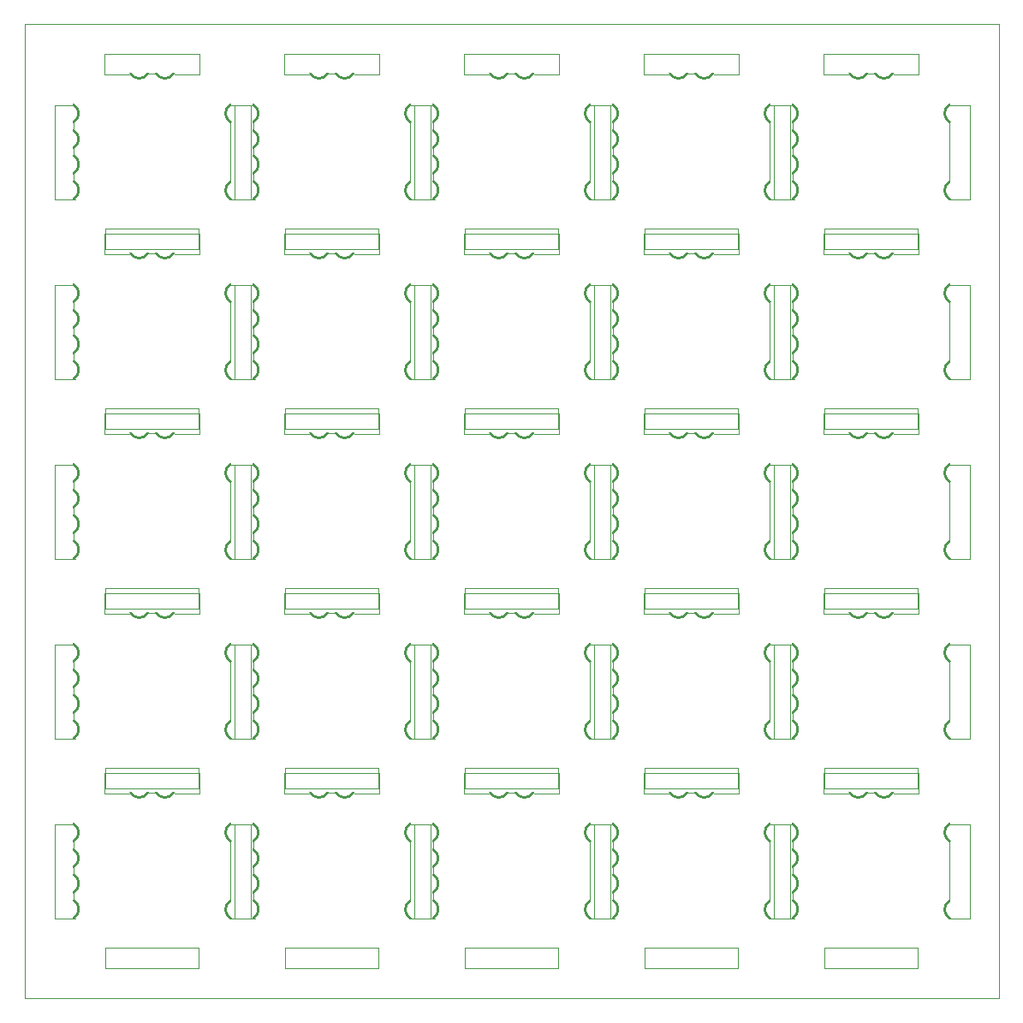
<source format=gbr>
G04 DipTrace 3.0.0.2*
G04 BottomAssy.gbr*
%MOIN*%
G04 #@! TF.FileFunction,Drawing,Bot*
G04 #@! TF.Part,Single*
%ADD10C,0.009843*%
%ADD20C,0.001312*%
%FSLAX26Y26*%
G04*
G70*
G90*
G75*
G01*
G04 BotAssy*
%LPD*%
X807056Y1195551D2*
D10*
G03X874936Y1195401I33985J20261D01*
G01*
X907054Y1195551D2*
G03X974934Y1195401I33985J20261D01*
G01*
X585551Y707056D2*
G03X585701Y774936I-20261J33985D01*
G01*
X585551Y807054D2*
G03X585701Y874934I-20261J33985D01*
G01*
X585551Y1074046D2*
G02X585701Y1006166I-20261J-33985D01*
G01*
X585551Y974048D2*
G02X585701Y906168I-20261J-33985D01*
G01*
X1195551Y1007051D2*
G02X1195401Y1074934I20265J33987D01*
G01*
X1195551Y707051D2*
G02X1195401Y774934I20265J33987D01*
G01*
X1193690Y777438D2*
D20*
X1194413Y1007445D1*
X804982Y1193026D2*
X705887D1*
X705612Y1271766D1*
X1074597D1*
X1074588Y1193026D1*
X978564D1*
X875585Y1194900D2*
X905526Y1194264D1*
X1192659Y1073105D2*
X1274627D1*
Y704404D1*
X1195906Y704743D1*
X590612Y704168D2*
X511871D1*
Y1073105D1*
X590612Y1072475D1*
X584161Y1005331D2*
X583799Y974597D1*
X584697Y905898D2*
Y876270D1*
X584816Y806806D2*
X585438Y776283D1*
X708722Y590664D2*
X1073052D1*
Y511924D1*
X708722D1*
Y590664D1*
X393761Y4187245D2*
X4187696D1*
Y393814D1*
X393761D1*
Y4187245D1*
X1507056Y1195551D2*
D10*
G03X1574936Y1195401I33985J20261D01*
G01*
X1607054Y1195551D2*
G03X1674934Y1195401I33985J20261D01*
G01*
X1285551Y707056D2*
G03X1285701Y774936I-20261J33985D01*
G01*
X1285551Y807054D2*
G03X1285701Y874934I-20261J33985D01*
G01*
X1285551Y1074046D2*
G02X1285701Y1006166I-20261J-33985D01*
G01*
X1285551Y974048D2*
G02X1285701Y906168I-20261J-33985D01*
G01*
X1895551Y1007051D2*
G02X1895401Y1074934I20265J33987D01*
G01*
X1895551Y707051D2*
G02X1895401Y774934I20265J33987D01*
G01*
X1893690Y777438D2*
D20*
X1894413Y1007445D1*
X1504982Y1193026D2*
X1405887D1*
X1405612Y1271766D1*
X1774597D1*
X1774588Y1193026D1*
X1678564D1*
X1575585Y1194900D2*
X1605526Y1194264D1*
X1892659Y1073105D2*
X1974627D1*
Y704404D1*
X1895906Y704743D1*
X1290612Y704168D2*
X1211871D1*
Y1073105D1*
X1290612Y1072475D1*
X1284161Y1005331D2*
X1283799Y974597D1*
X1284697Y905898D2*
Y876270D1*
X1284816Y806806D2*
X1285438Y776283D1*
X1408722Y590664D2*
X1773052D1*
Y511924D1*
X1408722D1*
Y590664D1*
X2207056Y1195551D2*
D10*
G03X2274936Y1195401I33985J20261D01*
G01*
X2307054Y1195551D2*
G03X2374934Y1195401I33985J20261D01*
G01*
X1985551Y707056D2*
G03X1985701Y774936I-20261J33985D01*
G01*
X1985551Y807054D2*
G03X1985701Y874934I-20261J33985D01*
G01*
X1985551Y1074046D2*
G02X1985701Y1006166I-20261J-33985D01*
G01*
X1985551Y974048D2*
G02X1985701Y906168I-20261J-33985D01*
G01*
X2595551Y1007051D2*
G02X2595401Y1074934I20265J33987D01*
G01*
X2595551Y707051D2*
G02X2595401Y774934I20265J33987D01*
G01*
X2593690Y777438D2*
D20*
X2594413Y1007445D1*
X2204982Y1193026D2*
X2105887D1*
X2105612Y1271766D1*
X2474597D1*
X2474588Y1193026D1*
X2378564D1*
X2275585Y1194900D2*
X2305526Y1194264D1*
X2592659Y1073105D2*
X2674627D1*
Y704404D1*
X2595906Y704743D1*
X1990612Y704168D2*
X1911871D1*
Y1073105D1*
X1990612Y1072475D1*
X1984161Y1005331D2*
X1983799Y974597D1*
X1984697Y905898D2*
Y876270D1*
X1984816Y806806D2*
X1985438Y776283D1*
X2108722Y590664D2*
X2473052D1*
Y511924D1*
X2108722D1*
Y590664D1*
X2907056Y1195551D2*
D10*
G03X2974936Y1195401I33985J20261D01*
G01*
X3007054Y1195551D2*
G03X3074934Y1195401I33985J20261D01*
G01*
X2685551Y707056D2*
G03X2685701Y774936I-20261J33985D01*
G01*
X2685551Y807054D2*
G03X2685701Y874934I-20261J33985D01*
G01*
X2685551Y1074046D2*
G02X2685701Y1006166I-20261J-33985D01*
G01*
X2685551Y974048D2*
G02X2685701Y906168I-20261J-33985D01*
G01*
X3295551Y1007051D2*
G02X3295401Y1074934I20265J33987D01*
G01*
X3295551Y707051D2*
G02X3295401Y774934I20265J33987D01*
G01*
X3293690Y777438D2*
D20*
X3294413Y1007445D1*
X2904982Y1193026D2*
X2805887D1*
X2805612Y1271766D1*
X3174597D1*
X3174588Y1193026D1*
X3078564D1*
X2975585Y1194900D2*
X3005526Y1194264D1*
X3292659Y1073105D2*
X3374627D1*
Y704404D1*
X3295906Y704743D1*
X2690612Y704168D2*
X2611871D1*
Y1073105D1*
X2690612Y1072475D1*
X2684161Y1005331D2*
X2683799Y974597D1*
X2684697Y905898D2*
Y876270D1*
X2684816Y806806D2*
X2685438Y776283D1*
X2808722Y590664D2*
X3173052D1*
Y511924D1*
X2808722D1*
Y590664D1*
X3607056Y1195551D2*
D10*
G03X3674936Y1195401I33985J20261D01*
G01*
X3707054Y1195551D2*
G03X3774934Y1195401I33985J20261D01*
G01*
X3385551Y707056D2*
G03X3385701Y774936I-20261J33985D01*
G01*
X3385551Y807054D2*
G03X3385701Y874934I-20261J33985D01*
G01*
X3385551Y1074046D2*
G02X3385701Y1006166I-20261J-33985D01*
G01*
X3385551Y974048D2*
G02X3385701Y906168I-20261J-33985D01*
G01*
X3995551Y1007051D2*
G02X3995401Y1074934I20265J33987D01*
G01*
X3995551Y707051D2*
G02X3995401Y774934I20265J33987D01*
G01*
X3993690Y777438D2*
D20*
X3994413Y1007445D1*
X3604982Y1193026D2*
X3505887D1*
X3505612Y1271766D1*
X3874597D1*
X3874588Y1193026D1*
X3778564D1*
X3675585Y1194900D2*
X3705526Y1194264D1*
X3992659Y1073105D2*
X4074627D1*
Y704404D1*
X3995906Y704743D1*
X3390612Y704168D2*
X3311871D1*
Y1073105D1*
X3390612Y1072475D1*
X3384161Y1005331D2*
X3383799Y974597D1*
X3384697Y905898D2*
Y876270D1*
X3384816Y806806D2*
X3385438Y776283D1*
X3508722Y590664D2*
X3873052D1*
Y511924D1*
X3508722D1*
Y590664D1*
X807056Y1895551D2*
D10*
G03X874936Y1895401I33985J20261D01*
G01*
X907054Y1895551D2*
G03X974934Y1895401I33985J20261D01*
G01*
X585551Y1407056D2*
G03X585701Y1474936I-20261J33985D01*
G01*
X585551Y1507054D2*
G03X585701Y1574934I-20261J33985D01*
G01*
X585551Y1774046D2*
G02X585701Y1706166I-20261J-33985D01*
G01*
X585551Y1674048D2*
G02X585701Y1606168I-20261J-33985D01*
G01*
X1195551Y1707051D2*
G02X1195401Y1774934I20265J33987D01*
G01*
X1195551Y1407051D2*
G02X1195401Y1474934I20265J33987D01*
G01*
X1193690Y1477438D2*
D20*
X1194413Y1707445D1*
X804982Y1893026D2*
X705887D1*
X705612Y1971766D1*
X1074597D1*
X1074588Y1893026D1*
X978564D1*
X875585Y1894900D2*
X905526Y1894264D1*
X1192659Y1773105D2*
X1274627D1*
Y1404404D1*
X1195906Y1404743D1*
X590612Y1404168D2*
X511871D1*
Y1773105D1*
X590612Y1772475D1*
X584161Y1705331D2*
X583799Y1674597D1*
X584697Y1605898D2*
Y1576270D1*
X584816Y1506806D2*
X585438Y1476283D1*
X708722Y1290664D2*
X1073052D1*
Y1211924D1*
X708722D1*
Y1290664D1*
X1507056Y1895551D2*
D10*
G03X1574936Y1895401I33985J20261D01*
G01*
X1607054Y1895551D2*
G03X1674934Y1895401I33985J20261D01*
G01*
X1285551Y1407056D2*
G03X1285701Y1474936I-20261J33985D01*
G01*
X1285551Y1507054D2*
G03X1285701Y1574934I-20261J33985D01*
G01*
X1285551Y1774046D2*
G02X1285701Y1706166I-20261J-33985D01*
G01*
X1285551Y1674048D2*
G02X1285701Y1606168I-20261J-33985D01*
G01*
X1895551Y1707051D2*
G02X1895401Y1774934I20265J33987D01*
G01*
X1895551Y1407051D2*
G02X1895401Y1474934I20265J33987D01*
G01*
X1893690Y1477438D2*
D20*
X1894413Y1707445D1*
X1504982Y1893026D2*
X1405887D1*
X1405612Y1971766D1*
X1774597D1*
X1774588Y1893026D1*
X1678564D1*
X1575585Y1894900D2*
X1605526Y1894264D1*
X1892659Y1773105D2*
X1974627D1*
Y1404404D1*
X1895906Y1404743D1*
X1290612Y1404168D2*
X1211871D1*
Y1773105D1*
X1290612Y1772475D1*
X1284161Y1705331D2*
X1283799Y1674597D1*
X1284697Y1605898D2*
Y1576270D1*
X1284816Y1506806D2*
X1285438Y1476283D1*
X1408722Y1290664D2*
X1773052D1*
Y1211924D1*
X1408722D1*
Y1290664D1*
X2207056Y1895551D2*
D10*
G03X2274936Y1895401I33985J20261D01*
G01*
X2307054Y1895551D2*
G03X2374934Y1895401I33985J20261D01*
G01*
X1985551Y1407056D2*
G03X1985701Y1474936I-20261J33985D01*
G01*
X1985551Y1507054D2*
G03X1985701Y1574934I-20261J33985D01*
G01*
X1985551Y1774046D2*
G02X1985701Y1706166I-20261J-33985D01*
G01*
X1985551Y1674048D2*
G02X1985701Y1606168I-20261J-33985D01*
G01*
X2595551Y1707051D2*
G02X2595401Y1774934I20265J33987D01*
G01*
X2595551Y1407051D2*
G02X2595401Y1474934I20265J33987D01*
G01*
X2593690Y1477438D2*
D20*
X2594413Y1707445D1*
X2204982Y1893026D2*
X2105887D1*
X2105612Y1971766D1*
X2474597D1*
X2474588Y1893026D1*
X2378564D1*
X2275585Y1894900D2*
X2305526Y1894264D1*
X2592659Y1773105D2*
X2674627D1*
Y1404404D1*
X2595906Y1404743D1*
X1990612Y1404168D2*
X1911871D1*
Y1773105D1*
X1990612Y1772475D1*
X1984161Y1705331D2*
X1983799Y1674597D1*
X1984697Y1605898D2*
Y1576270D1*
X1984816Y1506806D2*
X1985438Y1476283D1*
X2108722Y1290664D2*
X2473052D1*
Y1211924D1*
X2108722D1*
Y1290664D1*
X2907056Y1895551D2*
D10*
G03X2974936Y1895401I33985J20261D01*
G01*
X3007054Y1895551D2*
G03X3074934Y1895401I33985J20261D01*
G01*
X2685551Y1407056D2*
G03X2685701Y1474936I-20261J33985D01*
G01*
X2685551Y1507054D2*
G03X2685701Y1574934I-20261J33985D01*
G01*
X2685551Y1774046D2*
G02X2685701Y1706166I-20261J-33985D01*
G01*
X2685551Y1674048D2*
G02X2685701Y1606168I-20261J-33985D01*
G01*
X3295551Y1707051D2*
G02X3295401Y1774934I20265J33987D01*
G01*
X3295551Y1407051D2*
G02X3295401Y1474934I20265J33987D01*
G01*
X3293690Y1477438D2*
D20*
X3294413Y1707445D1*
X2904982Y1893026D2*
X2805887D1*
X2805612Y1971766D1*
X3174597D1*
X3174588Y1893026D1*
X3078564D1*
X2975585Y1894900D2*
X3005526Y1894264D1*
X3292659Y1773105D2*
X3374627D1*
Y1404404D1*
X3295906Y1404743D1*
X2690612Y1404168D2*
X2611871D1*
Y1773105D1*
X2690612Y1772475D1*
X2684161Y1705331D2*
X2683799Y1674597D1*
X2684697Y1605898D2*
Y1576270D1*
X2684816Y1506806D2*
X2685438Y1476283D1*
X2808722Y1290664D2*
X3173052D1*
Y1211924D1*
X2808722D1*
Y1290664D1*
X3607056Y1895551D2*
D10*
G03X3674936Y1895401I33985J20261D01*
G01*
X3707054Y1895551D2*
G03X3774934Y1895401I33985J20261D01*
G01*
X3385551Y1407056D2*
G03X3385701Y1474936I-20261J33985D01*
G01*
X3385551Y1507054D2*
G03X3385701Y1574934I-20261J33985D01*
G01*
X3385551Y1774046D2*
G02X3385701Y1706166I-20261J-33985D01*
G01*
X3385551Y1674048D2*
G02X3385701Y1606168I-20261J-33985D01*
G01*
X3995551Y1707051D2*
G02X3995401Y1774934I20265J33987D01*
G01*
X3995551Y1407051D2*
G02X3995401Y1474934I20265J33987D01*
G01*
X3993690Y1477438D2*
D20*
X3994413Y1707445D1*
X3604982Y1893026D2*
X3505887D1*
X3505612Y1971766D1*
X3874597D1*
X3874588Y1893026D1*
X3778564D1*
X3675585Y1894900D2*
X3705526Y1894264D1*
X3992659Y1773105D2*
X4074627D1*
Y1404404D1*
X3995906Y1404743D1*
X3390612Y1404168D2*
X3311871D1*
Y1773105D1*
X3390612Y1772475D1*
X3384161Y1705331D2*
X3383799Y1674597D1*
X3384697Y1605898D2*
Y1576270D1*
X3384816Y1506806D2*
X3385438Y1476283D1*
X3508722Y1290664D2*
X3873052D1*
Y1211924D1*
X3508722D1*
Y1290664D1*
X807056Y2595551D2*
D10*
G03X874936Y2595401I33985J20261D01*
G01*
X907054Y2595551D2*
G03X974934Y2595401I33985J20261D01*
G01*
X585551Y2107056D2*
G03X585701Y2174936I-20261J33985D01*
G01*
X585551Y2207054D2*
G03X585701Y2274934I-20261J33985D01*
G01*
X585551Y2474046D2*
G02X585701Y2406166I-20261J-33985D01*
G01*
X585551Y2374048D2*
G02X585701Y2306168I-20261J-33985D01*
G01*
X1195551Y2407051D2*
G02X1195401Y2474934I20265J33987D01*
G01*
X1195551Y2107051D2*
G02X1195401Y2174934I20265J33987D01*
G01*
X1193690Y2177438D2*
D20*
X1194413Y2407445D1*
X804982Y2593026D2*
X705887D1*
X705612Y2671766D1*
X1074597D1*
X1074588Y2593026D1*
X978564D1*
X875585Y2594900D2*
X905526Y2594264D1*
X1192659Y2473105D2*
X1274627D1*
Y2104404D1*
X1195906Y2104743D1*
X590612Y2104168D2*
X511871D1*
Y2473105D1*
X590612Y2472475D1*
X584161Y2405331D2*
X583799Y2374597D1*
X584697Y2305898D2*
Y2276270D1*
X584816Y2206806D2*
X585438Y2176283D1*
X708722Y1990664D2*
X1073052D1*
Y1911924D1*
X708722D1*
Y1990664D1*
X1507056Y2595551D2*
D10*
G03X1574936Y2595401I33985J20261D01*
G01*
X1607054Y2595551D2*
G03X1674934Y2595401I33985J20261D01*
G01*
X1285551Y2107056D2*
G03X1285701Y2174936I-20261J33985D01*
G01*
X1285551Y2207054D2*
G03X1285701Y2274934I-20261J33985D01*
G01*
X1285551Y2474046D2*
G02X1285701Y2406166I-20261J-33985D01*
G01*
X1285551Y2374048D2*
G02X1285701Y2306168I-20261J-33985D01*
G01*
X1895551Y2407051D2*
G02X1895401Y2474934I20265J33987D01*
G01*
X1895551Y2107051D2*
G02X1895401Y2174934I20265J33987D01*
G01*
X1893690Y2177438D2*
D20*
X1894413Y2407445D1*
X1504982Y2593026D2*
X1405887D1*
X1405612Y2671766D1*
X1774597D1*
X1774588Y2593026D1*
X1678564D1*
X1575585Y2594900D2*
X1605526Y2594264D1*
X1892659Y2473105D2*
X1974627D1*
Y2104404D1*
X1895906Y2104743D1*
X1290612Y2104168D2*
X1211871D1*
Y2473105D1*
X1290612Y2472475D1*
X1284161Y2405331D2*
X1283799Y2374597D1*
X1284697Y2305898D2*
Y2276270D1*
X1284816Y2206806D2*
X1285438Y2176283D1*
X1408722Y1990664D2*
X1773052D1*
Y1911924D1*
X1408722D1*
Y1990664D1*
X2207056Y2595551D2*
D10*
G03X2274936Y2595401I33985J20261D01*
G01*
X2307054Y2595551D2*
G03X2374934Y2595401I33985J20261D01*
G01*
X1985551Y2107056D2*
G03X1985701Y2174936I-20261J33985D01*
G01*
X1985551Y2207054D2*
G03X1985701Y2274934I-20261J33985D01*
G01*
X1985551Y2474046D2*
G02X1985701Y2406166I-20261J-33985D01*
G01*
X1985551Y2374048D2*
G02X1985701Y2306168I-20261J-33985D01*
G01*
X2595551Y2407051D2*
G02X2595401Y2474934I20265J33987D01*
G01*
X2595551Y2107051D2*
G02X2595401Y2174934I20265J33987D01*
G01*
X2593690Y2177438D2*
D20*
X2594413Y2407445D1*
X2204982Y2593026D2*
X2105887D1*
X2105612Y2671766D1*
X2474597D1*
X2474588Y2593026D1*
X2378564D1*
X2275585Y2594900D2*
X2305526Y2594264D1*
X2592659Y2473105D2*
X2674627D1*
Y2104404D1*
X2595906Y2104743D1*
X1990612Y2104168D2*
X1911871D1*
Y2473105D1*
X1990612Y2472475D1*
X1984161Y2405331D2*
X1983799Y2374597D1*
X1984697Y2305898D2*
Y2276270D1*
X1984816Y2206806D2*
X1985438Y2176283D1*
X2108722Y1990664D2*
X2473052D1*
Y1911924D1*
X2108722D1*
Y1990664D1*
X2907056Y2595551D2*
D10*
G03X2974936Y2595401I33985J20261D01*
G01*
X3007054Y2595551D2*
G03X3074934Y2595401I33985J20261D01*
G01*
X2685551Y2107056D2*
G03X2685701Y2174936I-20261J33985D01*
G01*
X2685551Y2207054D2*
G03X2685701Y2274934I-20261J33985D01*
G01*
X2685551Y2474046D2*
G02X2685701Y2406166I-20261J-33985D01*
G01*
X2685551Y2374048D2*
G02X2685701Y2306168I-20261J-33985D01*
G01*
X3295551Y2407051D2*
G02X3295401Y2474934I20265J33987D01*
G01*
X3295551Y2107051D2*
G02X3295401Y2174934I20265J33987D01*
G01*
X3293690Y2177438D2*
D20*
X3294413Y2407445D1*
X2904982Y2593026D2*
X2805887D1*
X2805612Y2671766D1*
X3174597D1*
X3174588Y2593026D1*
X3078564D1*
X2975585Y2594900D2*
X3005526Y2594264D1*
X3292659Y2473105D2*
X3374627D1*
Y2104404D1*
X3295906Y2104743D1*
X2690612Y2104168D2*
X2611871D1*
Y2473105D1*
X2690612Y2472475D1*
X2684161Y2405331D2*
X2683799Y2374597D1*
X2684697Y2305898D2*
Y2276270D1*
X2684816Y2206806D2*
X2685438Y2176283D1*
X2808722Y1990664D2*
X3173052D1*
Y1911924D1*
X2808722D1*
Y1990664D1*
X3607056Y2595551D2*
D10*
G03X3674936Y2595401I33985J20261D01*
G01*
X3707054Y2595551D2*
G03X3774934Y2595401I33985J20261D01*
G01*
X3385551Y2107056D2*
G03X3385701Y2174936I-20261J33985D01*
G01*
X3385551Y2207054D2*
G03X3385701Y2274934I-20261J33985D01*
G01*
X3385551Y2474046D2*
G02X3385701Y2406166I-20261J-33985D01*
G01*
X3385551Y2374048D2*
G02X3385701Y2306168I-20261J-33985D01*
G01*
X3995551Y2407051D2*
G02X3995401Y2474934I20265J33987D01*
G01*
X3995551Y2107051D2*
G02X3995401Y2174934I20265J33987D01*
G01*
X3993690Y2177438D2*
D20*
X3994413Y2407445D1*
X3604982Y2593026D2*
X3505887D1*
X3505612Y2671766D1*
X3874597D1*
X3874588Y2593026D1*
X3778564D1*
X3675585Y2594900D2*
X3705526Y2594264D1*
X3992659Y2473105D2*
X4074627D1*
Y2104404D1*
X3995906Y2104743D1*
X3390612Y2104168D2*
X3311871D1*
Y2473105D1*
X3390612Y2472475D1*
X3384161Y2405331D2*
X3383799Y2374597D1*
X3384697Y2305898D2*
Y2276270D1*
X3384816Y2206806D2*
X3385438Y2176283D1*
X3508722Y1990664D2*
X3873052D1*
Y1911924D1*
X3508722D1*
Y1990664D1*
X807056Y3295551D2*
D10*
G03X874936Y3295401I33985J20261D01*
G01*
X907054Y3295551D2*
G03X974934Y3295401I33985J20261D01*
G01*
X585551Y2807056D2*
G03X585701Y2874936I-20261J33985D01*
G01*
X585551Y2907054D2*
G03X585701Y2974934I-20261J33985D01*
G01*
X585551Y3174046D2*
G02X585701Y3106166I-20261J-33985D01*
G01*
X585551Y3074048D2*
G02X585701Y3006168I-20261J-33985D01*
G01*
X1195551Y3107051D2*
G02X1195401Y3174934I20265J33987D01*
G01*
X1195551Y2807051D2*
G02X1195401Y2874934I20265J33987D01*
G01*
X1193690Y2877438D2*
D20*
X1194413Y3107445D1*
X804982Y3293026D2*
X705887D1*
X705612Y3371766D1*
X1074597D1*
X1074588Y3293026D1*
X978564D1*
X875585Y3294900D2*
X905526Y3294264D1*
X1192659Y3173105D2*
X1274627D1*
Y2804404D1*
X1195906Y2804743D1*
X590612Y2804168D2*
X511871D1*
Y3173105D1*
X590612Y3172475D1*
X584161Y3105331D2*
X583799Y3074597D1*
X584697Y3005898D2*
Y2976270D1*
X584816Y2906806D2*
X585438Y2876283D1*
X708722Y2690664D2*
X1073052D1*
Y2611924D1*
X708722D1*
Y2690664D1*
X1507056Y3295551D2*
D10*
G03X1574936Y3295401I33985J20261D01*
G01*
X1607054Y3295551D2*
G03X1674934Y3295401I33985J20261D01*
G01*
X1285551Y2807056D2*
G03X1285701Y2874936I-20261J33985D01*
G01*
X1285551Y2907054D2*
G03X1285701Y2974934I-20261J33985D01*
G01*
X1285551Y3174046D2*
G02X1285701Y3106166I-20261J-33985D01*
G01*
X1285551Y3074048D2*
G02X1285701Y3006168I-20261J-33985D01*
G01*
X1895551Y3107051D2*
G02X1895401Y3174934I20265J33987D01*
G01*
X1895551Y2807051D2*
G02X1895401Y2874934I20265J33987D01*
G01*
X1893690Y2877438D2*
D20*
X1894413Y3107445D1*
X1504982Y3293026D2*
X1405887D1*
X1405612Y3371766D1*
X1774597D1*
X1774588Y3293026D1*
X1678564D1*
X1575585Y3294900D2*
X1605526Y3294264D1*
X1892659Y3173105D2*
X1974627D1*
Y2804404D1*
X1895906Y2804743D1*
X1290612Y2804168D2*
X1211871D1*
Y3173105D1*
X1290612Y3172475D1*
X1284161Y3105331D2*
X1283799Y3074597D1*
X1284697Y3005898D2*
Y2976270D1*
X1284816Y2906806D2*
X1285438Y2876283D1*
X1408722Y2690664D2*
X1773052D1*
Y2611924D1*
X1408722D1*
Y2690664D1*
X2207056Y3295551D2*
D10*
G03X2274936Y3295401I33985J20261D01*
G01*
X2307054Y3295551D2*
G03X2374934Y3295401I33985J20261D01*
G01*
X1985551Y2807056D2*
G03X1985701Y2874936I-20261J33985D01*
G01*
X1985551Y2907054D2*
G03X1985701Y2974934I-20261J33985D01*
G01*
X1985551Y3174046D2*
G02X1985701Y3106166I-20261J-33985D01*
G01*
X1985551Y3074048D2*
G02X1985701Y3006168I-20261J-33985D01*
G01*
X2595551Y3107051D2*
G02X2595401Y3174934I20265J33987D01*
G01*
X2595551Y2807051D2*
G02X2595401Y2874934I20265J33987D01*
G01*
X2593690Y2877438D2*
D20*
X2594413Y3107445D1*
X2204982Y3293026D2*
X2105887D1*
X2105612Y3371766D1*
X2474597D1*
X2474588Y3293026D1*
X2378564D1*
X2275585Y3294900D2*
X2305526Y3294264D1*
X2592659Y3173105D2*
X2674627D1*
Y2804404D1*
X2595906Y2804743D1*
X1990612Y2804168D2*
X1911871D1*
Y3173105D1*
X1990612Y3172475D1*
X1984161Y3105331D2*
X1983799Y3074597D1*
X1984697Y3005898D2*
Y2976270D1*
X1984816Y2906806D2*
X1985438Y2876283D1*
X2108722Y2690664D2*
X2473052D1*
Y2611924D1*
X2108722D1*
Y2690664D1*
X2907056Y3295551D2*
D10*
G03X2974936Y3295401I33985J20261D01*
G01*
X3007054Y3295551D2*
G03X3074934Y3295401I33985J20261D01*
G01*
X2685551Y2807056D2*
G03X2685701Y2874936I-20261J33985D01*
G01*
X2685551Y2907054D2*
G03X2685701Y2974934I-20261J33985D01*
G01*
X2685551Y3174046D2*
G02X2685701Y3106166I-20261J-33985D01*
G01*
X2685551Y3074048D2*
G02X2685701Y3006168I-20261J-33985D01*
G01*
X3295551Y3107051D2*
G02X3295401Y3174934I20265J33987D01*
G01*
X3295551Y2807051D2*
G02X3295401Y2874934I20265J33987D01*
G01*
X3293690Y2877438D2*
D20*
X3294413Y3107445D1*
X2904982Y3293026D2*
X2805887D1*
X2805612Y3371766D1*
X3174597D1*
X3174588Y3293026D1*
X3078564D1*
X2975585Y3294900D2*
X3005526Y3294264D1*
X3292659Y3173105D2*
X3374627D1*
Y2804404D1*
X3295906Y2804743D1*
X2690612Y2804168D2*
X2611871D1*
Y3173105D1*
X2690612Y3172475D1*
X2684161Y3105331D2*
X2683799Y3074597D1*
X2684697Y3005898D2*
Y2976270D1*
X2684816Y2906806D2*
X2685438Y2876283D1*
X2808722Y2690664D2*
X3173052D1*
Y2611924D1*
X2808722D1*
Y2690664D1*
X3607056Y3295551D2*
D10*
G03X3674936Y3295401I33985J20261D01*
G01*
X3707054Y3295551D2*
G03X3774934Y3295401I33985J20261D01*
G01*
X3385551Y2807056D2*
G03X3385701Y2874936I-20261J33985D01*
G01*
X3385551Y2907054D2*
G03X3385701Y2974934I-20261J33985D01*
G01*
X3385551Y3174046D2*
G02X3385701Y3106166I-20261J-33985D01*
G01*
X3385551Y3074048D2*
G02X3385701Y3006168I-20261J-33985D01*
G01*
X3995551Y3107051D2*
G02X3995401Y3174934I20265J33987D01*
G01*
X3995551Y2807051D2*
G02X3995401Y2874934I20265J33987D01*
G01*
X3993690Y2877438D2*
D20*
X3994413Y3107445D1*
X3604982Y3293026D2*
X3505887D1*
X3505612Y3371766D1*
X3874597D1*
X3874588Y3293026D1*
X3778564D1*
X3675585Y3294900D2*
X3705526Y3294264D1*
X3992659Y3173105D2*
X4074627D1*
Y2804404D1*
X3995906Y2804743D1*
X3390612Y2804168D2*
X3311871D1*
Y3173105D1*
X3390612Y3172475D1*
X3384161Y3105331D2*
X3383799Y3074597D1*
X3384697Y3005898D2*
Y2976270D1*
X3384816Y2906806D2*
X3385438Y2876283D1*
X3508722Y2690664D2*
X3873052D1*
Y2611924D1*
X3508722D1*
Y2690664D1*
X807056Y3995551D2*
D10*
G03X874936Y3995401I33985J20261D01*
G01*
X907054Y3995551D2*
G03X974934Y3995401I33985J20261D01*
G01*
X585551Y3507056D2*
G03X585701Y3574936I-20261J33985D01*
G01*
X585551Y3607054D2*
G03X585701Y3674934I-20261J33985D01*
G01*
X585551Y3874046D2*
G02X585701Y3806166I-20261J-33985D01*
G01*
X585551Y3774048D2*
G02X585701Y3706168I-20261J-33985D01*
G01*
X1195551Y3807051D2*
G02X1195401Y3874934I20265J33987D01*
G01*
X1195551Y3507051D2*
G02X1195401Y3574934I20265J33987D01*
G01*
X1193690Y3577438D2*
D20*
X1194413Y3807445D1*
X804982Y3993026D2*
X705887D1*
X705612Y4071766D1*
X1074597D1*
X1074588Y3993026D1*
X978564D1*
X875585Y3994900D2*
X905526Y3994264D1*
X1192659Y3873105D2*
X1274627D1*
Y3504404D1*
X1195906Y3504743D1*
X590612Y3504168D2*
X511871D1*
Y3873105D1*
X590612Y3872475D1*
X584161Y3805331D2*
X583799Y3774597D1*
X584697Y3705898D2*
Y3676270D1*
X584816Y3606806D2*
X585438Y3576283D1*
X708722Y3390664D2*
X1073052D1*
Y3311924D1*
X708722D1*
Y3390664D1*
X1507056Y3995551D2*
D10*
G03X1574936Y3995401I33985J20261D01*
G01*
X1607054Y3995551D2*
G03X1674934Y3995401I33985J20261D01*
G01*
X1285551Y3507056D2*
G03X1285701Y3574936I-20261J33985D01*
G01*
X1285551Y3607054D2*
G03X1285701Y3674934I-20261J33985D01*
G01*
X1285551Y3874046D2*
G02X1285701Y3806166I-20261J-33985D01*
G01*
X1285551Y3774048D2*
G02X1285701Y3706168I-20261J-33985D01*
G01*
X1895551Y3807051D2*
G02X1895401Y3874934I20265J33987D01*
G01*
X1895551Y3507051D2*
G02X1895401Y3574934I20265J33987D01*
G01*
X1893690Y3577438D2*
D20*
X1894413Y3807445D1*
X1504982Y3993026D2*
X1405887D1*
X1405612Y4071766D1*
X1774597D1*
X1774588Y3993026D1*
X1678564D1*
X1575585Y3994900D2*
X1605526Y3994264D1*
X1892659Y3873105D2*
X1974627D1*
Y3504404D1*
X1895906Y3504743D1*
X1290612Y3504168D2*
X1211871D1*
Y3873105D1*
X1290612Y3872475D1*
X1284161Y3805331D2*
X1283799Y3774597D1*
X1284697Y3705898D2*
Y3676270D1*
X1284816Y3606806D2*
X1285438Y3576283D1*
X1408722Y3390664D2*
X1773052D1*
Y3311924D1*
X1408722D1*
Y3390664D1*
X2207056Y3995551D2*
D10*
G03X2274936Y3995401I33985J20261D01*
G01*
X2307054Y3995551D2*
G03X2374934Y3995401I33985J20261D01*
G01*
X1985551Y3507056D2*
G03X1985701Y3574936I-20261J33985D01*
G01*
X1985551Y3607054D2*
G03X1985701Y3674934I-20261J33985D01*
G01*
X1985551Y3874046D2*
G02X1985701Y3806166I-20261J-33985D01*
G01*
X1985551Y3774048D2*
G02X1985701Y3706168I-20261J-33985D01*
G01*
X2595551Y3807051D2*
G02X2595401Y3874934I20265J33987D01*
G01*
X2595551Y3507051D2*
G02X2595401Y3574934I20265J33987D01*
G01*
X2593690Y3577438D2*
D20*
X2594413Y3807445D1*
X2204982Y3993026D2*
X2105887D1*
X2105612Y4071766D1*
X2474597D1*
X2474588Y3993026D1*
X2378564D1*
X2275585Y3994900D2*
X2305526Y3994264D1*
X2592659Y3873105D2*
X2674627D1*
Y3504404D1*
X2595906Y3504743D1*
X1990612Y3504168D2*
X1911871D1*
Y3873105D1*
X1990612Y3872475D1*
X1984161Y3805331D2*
X1983799Y3774597D1*
X1984697Y3705898D2*
Y3676270D1*
X1984816Y3606806D2*
X1985438Y3576283D1*
X2108722Y3390664D2*
X2473052D1*
Y3311924D1*
X2108722D1*
Y3390664D1*
X2907056Y3995551D2*
D10*
G03X2974936Y3995401I33985J20261D01*
G01*
X3007054Y3995551D2*
G03X3074934Y3995401I33985J20261D01*
G01*
X2685551Y3507056D2*
G03X2685701Y3574936I-20261J33985D01*
G01*
X2685551Y3607054D2*
G03X2685701Y3674934I-20261J33985D01*
G01*
X2685551Y3874046D2*
G02X2685701Y3806166I-20261J-33985D01*
G01*
X2685551Y3774048D2*
G02X2685701Y3706168I-20261J-33985D01*
G01*
X3295551Y3807051D2*
G02X3295401Y3874934I20265J33987D01*
G01*
X3295551Y3507051D2*
G02X3295401Y3574934I20265J33987D01*
G01*
X3293690Y3577438D2*
D20*
X3294413Y3807445D1*
X2904982Y3993026D2*
X2805887D1*
X2805612Y4071766D1*
X3174597D1*
X3174588Y3993026D1*
X3078564D1*
X2975585Y3994900D2*
X3005526Y3994264D1*
X3292659Y3873105D2*
X3374627D1*
Y3504404D1*
X3295906Y3504743D1*
X2690612Y3504168D2*
X2611871D1*
Y3873105D1*
X2690612Y3872475D1*
X2684161Y3805331D2*
X2683799Y3774597D1*
X2684697Y3705898D2*
Y3676270D1*
X2684816Y3606806D2*
X2685438Y3576283D1*
X2808722Y3390664D2*
X3173052D1*
Y3311924D1*
X2808722D1*
Y3390664D1*
X3607056Y3995551D2*
D10*
G03X3674936Y3995401I33985J20261D01*
G01*
X3707054Y3995551D2*
G03X3774934Y3995401I33985J20261D01*
G01*
X3385551Y3507056D2*
G03X3385701Y3574936I-20261J33985D01*
G01*
X3385551Y3607054D2*
G03X3385701Y3674934I-20261J33985D01*
G01*
X3385551Y3874046D2*
G02X3385701Y3806166I-20261J-33985D01*
G01*
X3385551Y3774048D2*
G02X3385701Y3706168I-20261J-33985D01*
G01*
X3995551Y3807051D2*
G02X3995401Y3874934I20265J33987D01*
G01*
X3995551Y3507051D2*
G02X3995401Y3574934I20265J33987D01*
G01*
X3993690Y3577438D2*
D20*
X3994413Y3807445D1*
X3604982Y3993026D2*
X3505887D1*
X3505612Y4071766D1*
X3874597D1*
X3874588Y3993026D1*
X3778564D1*
X3675585Y3994900D2*
X3705526Y3994264D1*
X3992659Y3873105D2*
X4074627D1*
Y3504404D1*
X3995906Y3504743D1*
X3390612Y3504168D2*
X3311871D1*
Y3873105D1*
X3390612Y3872475D1*
X3384161Y3805331D2*
X3383799Y3774597D1*
X3384697Y3705898D2*
Y3676270D1*
X3384816Y3606806D2*
X3385438Y3576283D1*
X3508722Y3390664D2*
X3873052D1*
Y3311924D1*
X3508722D1*
Y3390664D1*
M02*

</source>
